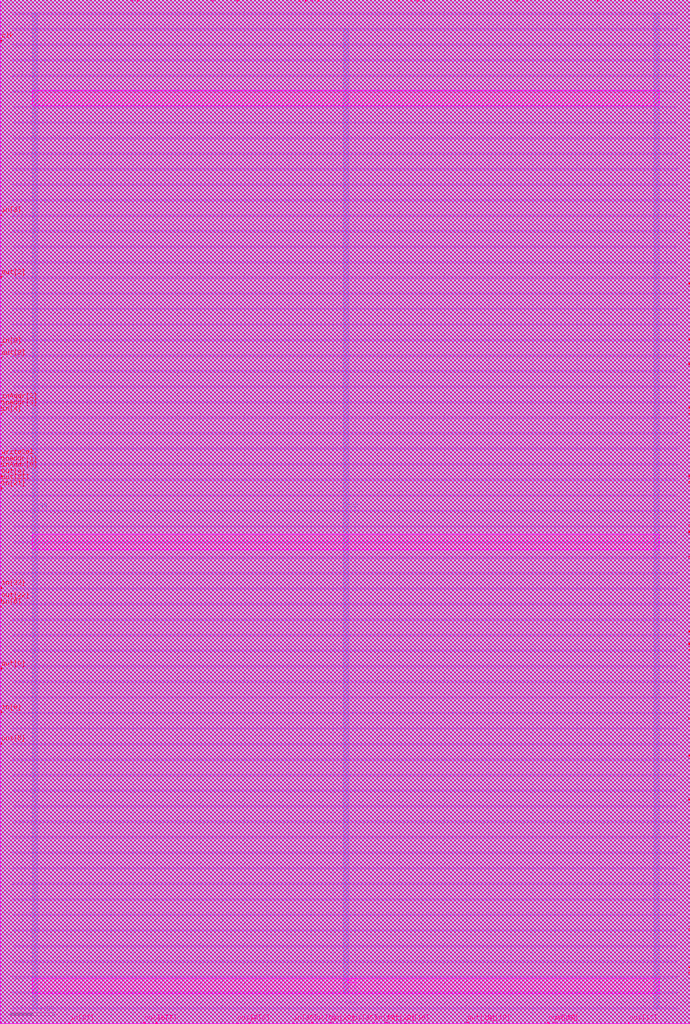
<source format=lef>
VERSION 5.8 ;
BUSBITCHARS "[]" ;
DIVIDERCHAR "/" ;
UNITS
    DATABASE MICRONS 2000 ;
END UNITS
MACRO memMod_dist_3
  FOREIGN memMod_dist_3 0 0 ;
  CLASS BLOCK ;
  SIZE 62.17 BY 92.25 ;
  PIN VSS
    USE GROUND ;
    DIRECTION INOUT ;
    PORT
      LAYER metal7 ;
        RECT  2.9 82.7 59.38 84.1 ;
        RECT  2.9 42.7 59.38 44.1 ;
        RECT  2.9 2.7 59.38 4.1 ;
      LAYER metal4 ;
        RECT  58.9 1.315 59.38 91.085 ;
        RECT  2.9 1.315 3.38 91.085 ;
      LAYER metal1 ;
        RECT  1.14 90.915 60.99 91.085 ;
        RECT  1.14 88.115 60.99 88.285 ;
        RECT  1.14 85.315 60.99 85.485 ;
        RECT  1.14 82.515 60.99 82.685 ;
        RECT  1.14 79.715 60.99 79.885 ;
        RECT  1.14 76.915 60.99 77.085 ;
        RECT  1.14 74.115 60.99 74.285 ;
        RECT  1.14 71.315 60.99 71.485 ;
        RECT  1.14 68.515 60.99 68.685 ;
        RECT  1.14 65.715 60.99 65.885 ;
        RECT  1.14 62.915 60.99 63.085 ;
        RECT  1.14 60.115 60.99 60.285 ;
        RECT  1.14 57.315 60.99 57.485 ;
        RECT  1.14 54.515 60.99 54.685 ;
        RECT  1.14 51.715 60.99 51.885 ;
        RECT  1.14 48.915 60.99 49.085 ;
        RECT  1.14 46.115 60.99 46.285 ;
        RECT  1.14 43.315 60.99 43.485 ;
        RECT  1.14 40.515 60.99 40.685 ;
        RECT  1.14 37.715 60.99 37.885 ;
        RECT  1.14 34.915 60.99 35.085 ;
        RECT  1.14 32.115 60.99 32.285 ;
        RECT  1.14 29.315 60.99 29.485 ;
        RECT  1.14 26.515 60.99 26.685 ;
        RECT  1.14 23.715 60.99 23.885 ;
        RECT  1.14 20.915 60.99 21.085 ;
        RECT  1.14 18.115 60.99 18.285 ;
        RECT  1.14 15.315 60.99 15.485 ;
        RECT  1.14 12.515 60.99 12.685 ;
        RECT  1.14 9.715 60.99 9.885 ;
        RECT  1.14 6.915 60.99 7.085 ;
        RECT  1.14 4.115 60.99 4.285 ;
        RECT  1.14 1.315 60.99 1.485 ;
      VIA 59.14 83.4 via6_7_960_2800_4_1_600_600 ;
      VIA 59.14 83.4 via5_6_960_2800_5_2_600_600 ;
      VIA 59.14 83.4 via4_5_960_2800_5_2_600_600 ;
      VIA 59.14 43.4 via6_7_960_2800_4_1_600_600 ;
      VIA 59.14 43.4 via5_6_960_2800_5_2_600_600 ;
      VIA 59.14 43.4 via4_5_960_2800_5_2_600_600 ;
      VIA 59.14 3.4 via6_7_960_2800_4_1_600_600 ;
      VIA 59.14 3.4 via5_6_960_2800_5_2_600_600 ;
      VIA 59.14 3.4 via4_5_960_2800_5_2_600_600 ;
      VIA 3.14 83.4 via6_7_960_2800_4_1_600_600 ;
      VIA 3.14 83.4 via5_6_960_2800_5_2_600_600 ;
      VIA 3.14 83.4 via4_5_960_2800_5_2_600_600 ;
      VIA 3.14 43.4 via6_7_960_2800_4_1_600_600 ;
      VIA 3.14 43.4 via5_6_960_2800_5_2_600_600 ;
      VIA 3.14 43.4 via4_5_960_2800_5_2_600_600 ;
      VIA 3.14 3.4 via6_7_960_2800_4_1_600_600 ;
      VIA 3.14 3.4 via5_6_960_2800_5_2_600_600 ;
      VIA 3.14 3.4 via4_5_960_2800_5_2_600_600 ;
      VIA 59.14 91 via3_4_960_340_1_3_320_320 ;
      VIA 59.14 91 via2_3_960_340_1_3_320_320 ;
      VIA 59.14 91 via1_2_960_340_1_3_300_300 ;
      VIA 59.14 88.2 via3_4_960_340_1_3_320_320 ;
      VIA 59.14 88.2 via2_3_960_340_1_3_320_320 ;
      VIA 59.14 88.2 via1_2_960_340_1_3_300_300 ;
      VIA 59.14 85.4 via3_4_960_340_1_3_320_320 ;
      VIA 59.14 85.4 via2_3_960_340_1_3_320_320 ;
      VIA 59.14 85.4 via1_2_960_340_1_3_300_300 ;
      VIA 59.14 82.6 via3_4_960_340_1_3_320_320 ;
      VIA 59.14 82.6 via2_3_960_340_1_3_320_320 ;
      VIA 59.14 82.6 via1_2_960_340_1_3_300_300 ;
      VIA 59.14 79.8 via3_4_960_340_1_3_320_320 ;
      VIA 59.14 79.8 via2_3_960_340_1_3_320_320 ;
      VIA 59.14 79.8 via1_2_960_340_1_3_300_300 ;
      VIA 59.14 77 via3_4_960_340_1_3_320_320 ;
      VIA 59.14 77 via2_3_960_340_1_3_320_320 ;
      VIA 59.14 77 via1_2_960_340_1_3_300_300 ;
      VIA 59.14 74.2 via3_4_960_340_1_3_320_320 ;
      VIA 59.14 74.2 via2_3_960_340_1_3_320_320 ;
      VIA 59.14 74.2 via1_2_960_340_1_3_300_300 ;
      VIA 59.14 71.4 via3_4_960_340_1_3_320_320 ;
      VIA 59.14 71.4 via2_3_960_340_1_3_320_320 ;
      VIA 59.14 71.4 via1_2_960_340_1_3_300_300 ;
      VIA 59.14 68.6 via3_4_960_340_1_3_320_320 ;
      VIA 59.14 68.6 via2_3_960_340_1_3_320_320 ;
      VIA 59.14 68.6 via1_2_960_340_1_3_300_300 ;
      VIA 59.14 65.8 via3_4_960_340_1_3_320_320 ;
      VIA 59.14 65.8 via2_3_960_340_1_3_320_320 ;
      VIA 59.14 65.8 via1_2_960_340_1_3_300_300 ;
      VIA 59.14 63 via3_4_960_340_1_3_320_320 ;
      VIA 59.14 63 via2_3_960_340_1_3_320_320 ;
      VIA 59.14 63 via1_2_960_340_1_3_300_300 ;
      VIA 59.14 60.2 via3_4_960_340_1_3_320_320 ;
      VIA 59.14 60.2 via2_3_960_340_1_3_320_320 ;
      VIA 59.14 60.2 via1_2_960_340_1_3_300_300 ;
      VIA 59.14 57.4 via3_4_960_340_1_3_320_320 ;
      VIA 59.14 57.4 via2_3_960_340_1_3_320_320 ;
      VIA 59.14 57.4 via1_2_960_340_1_3_300_300 ;
      VIA 59.14 54.6 via3_4_960_340_1_3_320_320 ;
      VIA 59.14 54.6 via2_3_960_340_1_3_320_320 ;
      VIA 59.14 54.6 via1_2_960_340_1_3_300_300 ;
      VIA 59.14 51.8 via3_4_960_340_1_3_320_320 ;
      VIA 59.14 51.8 via2_3_960_340_1_3_320_320 ;
      VIA 59.14 51.8 via1_2_960_340_1_3_300_300 ;
      VIA 59.14 49 via3_4_960_340_1_3_320_320 ;
      VIA 59.14 49 via2_3_960_340_1_3_320_320 ;
      VIA 59.14 49 via1_2_960_340_1_3_300_300 ;
      VIA 59.14 46.2 via3_4_960_340_1_3_320_320 ;
      VIA 59.14 46.2 via2_3_960_340_1_3_320_320 ;
      VIA 59.14 46.2 via1_2_960_340_1_3_300_300 ;
      VIA 59.14 43.4 via3_4_960_340_1_3_320_320 ;
      VIA 59.14 43.4 via2_3_960_340_1_3_320_320 ;
      VIA 59.14 43.4 via1_2_960_340_1_3_300_300 ;
      VIA 59.14 40.6 via3_4_960_340_1_3_320_320 ;
      VIA 59.14 40.6 via2_3_960_340_1_3_320_320 ;
      VIA 59.14 40.6 via1_2_960_340_1_3_300_300 ;
      VIA 59.14 37.8 via3_4_960_340_1_3_320_320 ;
      VIA 59.14 37.8 via2_3_960_340_1_3_320_320 ;
      VIA 59.14 37.8 via1_2_960_340_1_3_300_300 ;
      VIA 59.14 35 via3_4_960_340_1_3_320_320 ;
      VIA 59.14 35 via2_3_960_340_1_3_320_320 ;
      VIA 59.14 35 via1_2_960_340_1_3_300_300 ;
      VIA 59.14 32.2 via3_4_960_340_1_3_320_320 ;
      VIA 59.14 32.2 via2_3_960_340_1_3_320_320 ;
      VIA 59.14 32.2 via1_2_960_340_1_3_300_300 ;
      VIA 59.14 29.4 via3_4_960_340_1_3_320_320 ;
      VIA 59.14 29.4 via2_3_960_340_1_3_320_320 ;
      VIA 59.14 29.4 via1_2_960_340_1_3_300_300 ;
      VIA 59.14 26.6 via3_4_960_340_1_3_320_320 ;
      VIA 59.14 26.6 via2_3_960_340_1_3_320_320 ;
      VIA 59.14 26.6 via1_2_960_340_1_3_300_300 ;
      VIA 59.14 23.8 via3_4_960_340_1_3_320_320 ;
      VIA 59.14 23.8 via2_3_960_340_1_3_320_320 ;
      VIA 59.14 23.8 via1_2_960_340_1_3_300_300 ;
      VIA 59.14 21 via3_4_960_340_1_3_320_320 ;
      VIA 59.14 21 via2_3_960_340_1_3_320_320 ;
      VIA 59.14 21 via1_2_960_340_1_3_300_300 ;
      VIA 59.14 18.2 via3_4_960_340_1_3_320_320 ;
      VIA 59.14 18.2 via2_3_960_340_1_3_320_320 ;
      VIA 59.14 18.2 via1_2_960_340_1_3_300_300 ;
      VIA 59.14 15.4 via3_4_960_340_1_3_320_320 ;
      VIA 59.14 15.4 via2_3_960_340_1_3_320_320 ;
      VIA 59.14 15.4 via1_2_960_340_1_3_300_300 ;
      VIA 59.14 12.6 via3_4_960_340_1_3_320_320 ;
      VIA 59.14 12.6 via2_3_960_340_1_3_320_320 ;
      VIA 59.14 12.6 via1_2_960_340_1_3_300_300 ;
      VIA 59.14 9.8 via3_4_960_340_1_3_320_320 ;
      VIA 59.14 9.8 via2_3_960_340_1_3_320_320 ;
      VIA 59.14 9.8 via1_2_960_340_1_3_300_300 ;
      VIA 59.14 7 via3_4_960_340_1_3_320_320 ;
      VIA 59.14 7 via2_3_960_340_1_3_320_320 ;
      VIA 59.14 7 via1_2_960_340_1_3_300_300 ;
      VIA 59.14 4.2 via3_4_960_340_1_3_320_320 ;
      VIA 59.14 4.2 via2_3_960_340_1_3_320_320 ;
      VIA 59.14 4.2 via1_2_960_340_1_3_300_300 ;
      VIA 59.14 1.4 via3_4_960_340_1_3_320_320 ;
      VIA 59.14 1.4 via2_3_960_340_1_3_320_320 ;
      VIA 59.14 1.4 via1_2_960_340_1_3_300_300 ;
      VIA 3.14 91 via3_4_960_340_1_3_320_320 ;
      VIA 3.14 91 via2_3_960_340_1_3_320_320 ;
      VIA 3.14 91 via1_2_960_340_1_3_300_300 ;
      VIA 3.14 88.2 via3_4_960_340_1_3_320_320 ;
      VIA 3.14 88.2 via2_3_960_340_1_3_320_320 ;
      VIA 3.14 88.2 via1_2_960_340_1_3_300_300 ;
      VIA 3.14 85.4 via3_4_960_340_1_3_320_320 ;
      VIA 3.14 85.4 via2_3_960_340_1_3_320_320 ;
      VIA 3.14 85.4 via1_2_960_340_1_3_300_300 ;
      VIA 3.14 82.6 via3_4_960_340_1_3_320_320 ;
      VIA 3.14 82.6 via2_3_960_340_1_3_320_320 ;
      VIA 3.14 82.6 via1_2_960_340_1_3_300_300 ;
      VIA 3.14 79.8 via3_4_960_340_1_3_320_320 ;
      VIA 3.14 79.8 via2_3_960_340_1_3_320_320 ;
      VIA 3.14 79.8 via1_2_960_340_1_3_300_300 ;
      VIA 3.14 77 via3_4_960_340_1_3_320_320 ;
      VIA 3.14 77 via2_3_960_340_1_3_320_320 ;
      VIA 3.14 77 via1_2_960_340_1_3_300_300 ;
      VIA 3.14 74.2 via3_4_960_340_1_3_320_320 ;
      VIA 3.14 74.2 via2_3_960_340_1_3_320_320 ;
      VIA 3.14 74.2 via1_2_960_340_1_3_300_300 ;
      VIA 3.14 71.4 via3_4_960_340_1_3_320_320 ;
      VIA 3.14 71.4 via2_3_960_340_1_3_320_320 ;
      VIA 3.14 71.4 via1_2_960_340_1_3_300_300 ;
      VIA 3.14 68.6 via3_4_960_340_1_3_320_320 ;
      VIA 3.14 68.6 via2_3_960_340_1_3_320_320 ;
      VIA 3.14 68.6 via1_2_960_340_1_3_300_300 ;
      VIA 3.14 65.8 via3_4_960_340_1_3_320_320 ;
      VIA 3.14 65.8 via2_3_960_340_1_3_320_320 ;
      VIA 3.14 65.8 via1_2_960_340_1_3_300_300 ;
      VIA 3.14 63 via3_4_960_340_1_3_320_320 ;
      VIA 3.14 63 via2_3_960_340_1_3_320_320 ;
      VIA 3.14 63 via1_2_960_340_1_3_300_300 ;
      VIA 3.14 60.2 via3_4_960_340_1_3_320_320 ;
      VIA 3.14 60.2 via2_3_960_340_1_3_320_320 ;
      VIA 3.14 60.2 via1_2_960_340_1_3_300_300 ;
      VIA 3.14 57.4 via3_4_960_340_1_3_320_320 ;
      VIA 3.14 57.4 via2_3_960_340_1_3_320_320 ;
      VIA 3.14 57.4 via1_2_960_340_1_3_300_300 ;
      VIA 3.14 54.6 via3_4_960_340_1_3_320_320 ;
      VIA 3.14 54.6 via2_3_960_340_1_3_320_320 ;
      VIA 3.14 54.6 via1_2_960_340_1_3_300_300 ;
      VIA 3.14 51.8 via3_4_960_340_1_3_320_320 ;
      VIA 3.14 51.8 via2_3_960_340_1_3_320_320 ;
      VIA 3.14 51.8 via1_2_960_340_1_3_300_300 ;
      VIA 3.14 49 via3_4_960_340_1_3_320_320 ;
      VIA 3.14 49 via2_3_960_340_1_3_320_320 ;
      VIA 3.14 49 via1_2_960_340_1_3_300_300 ;
      VIA 3.14 46.2 via3_4_960_340_1_3_320_320 ;
      VIA 3.14 46.2 via2_3_960_340_1_3_320_320 ;
      VIA 3.14 46.2 via1_2_960_340_1_3_300_300 ;
      VIA 3.14 43.4 via3_4_960_340_1_3_320_320 ;
      VIA 3.14 43.4 via2_3_960_340_1_3_320_320 ;
      VIA 3.14 43.4 via1_2_960_340_1_3_300_300 ;
      VIA 3.14 40.6 via3_4_960_340_1_3_320_320 ;
      VIA 3.14 40.6 via2_3_960_340_1_3_320_320 ;
      VIA 3.14 40.6 via1_2_960_340_1_3_300_300 ;
      VIA 3.14 37.8 via3_4_960_340_1_3_320_320 ;
      VIA 3.14 37.8 via2_3_960_340_1_3_320_320 ;
      VIA 3.14 37.8 via1_2_960_340_1_3_300_300 ;
      VIA 3.14 35 via3_4_960_340_1_3_320_320 ;
      VIA 3.14 35 via2_3_960_340_1_3_320_320 ;
      VIA 3.14 35 via1_2_960_340_1_3_300_300 ;
      VIA 3.14 32.2 via3_4_960_340_1_3_320_320 ;
      VIA 3.14 32.2 via2_3_960_340_1_3_320_320 ;
      VIA 3.14 32.2 via1_2_960_340_1_3_300_300 ;
      VIA 3.14 29.4 via3_4_960_340_1_3_320_320 ;
      VIA 3.14 29.4 via2_3_960_340_1_3_320_320 ;
      VIA 3.14 29.4 via1_2_960_340_1_3_300_300 ;
      VIA 3.14 26.6 via3_4_960_340_1_3_320_320 ;
      VIA 3.14 26.6 via2_3_960_340_1_3_320_320 ;
      VIA 3.14 26.6 via1_2_960_340_1_3_300_300 ;
      VIA 3.14 23.8 via3_4_960_340_1_3_320_320 ;
      VIA 3.14 23.8 via2_3_960_340_1_3_320_320 ;
      VIA 3.14 23.8 via1_2_960_340_1_3_300_300 ;
      VIA 3.14 21 via3_4_960_340_1_3_320_320 ;
      VIA 3.14 21 via2_3_960_340_1_3_320_320 ;
      VIA 3.14 21 via1_2_960_340_1_3_300_300 ;
      VIA 3.14 18.2 via3_4_960_340_1_3_320_320 ;
      VIA 3.14 18.2 via2_3_960_340_1_3_320_320 ;
      VIA 3.14 18.2 via1_2_960_340_1_3_300_300 ;
      VIA 3.14 15.4 via3_4_960_340_1_3_320_320 ;
      VIA 3.14 15.4 via2_3_960_340_1_3_320_320 ;
      VIA 3.14 15.4 via1_2_960_340_1_3_300_300 ;
      VIA 3.14 12.6 via3_4_960_340_1_3_320_320 ;
      VIA 3.14 12.6 via2_3_960_340_1_3_320_320 ;
      VIA 3.14 12.6 via1_2_960_340_1_3_300_300 ;
      VIA 3.14 9.8 via3_4_960_340_1_3_320_320 ;
      VIA 3.14 9.8 via2_3_960_340_1_3_320_320 ;
      VIA 3.14 9.8 via1_2_960_340_1_3_300_300 ;
      VIA 3.14 7 via3_4_960_340_1_3_320_320 ;
      VIA 3.14 7 via2_3_960_340_1_3_320_320 ;
      VIA 3.14 7 via1_2_960_340_1_3_300_300 ;
      VIA 3.14 4.2 via3_4_960_340_1_3_320_320 ;
      VIA 3.14 4.2 via2_3_960_340_1_3_320_320 ;
      VIA 3.14 4.2 via1_2_960_340_1_3_300_300 ;
      VIA 3.14 1.4 via3_4_960_340_1_3_320_320 ;
      VIA 3.14 1.4 via2_3_960_340_1_3_320_320 ;
      VIA 3.14 1.4 via1_2_960_340_1_3_300_300 ;
    END
  END VSS
  PIN VDD
    USE POWER ;
    DIRECTION INOUT ;
    PORT
      LAYER metal4 ;
        RECT  30.9 2.715 31.38 89.685 ;
      LAYER metal1 ;
        RECT  1.14 89.515 60.99 89.685 ;
        RECT  1.14 86.715 60.99 86.885 ;
        RECT  1.14 83.915 60.99 84.085 ;
        RECT  1.14 81.115 60.99 81.285 ;
        RECT  1.14 78.315 60.99 78.485 ;
        RECT  1.14 75.515 60.99 75.685 ;
        RECT  1.14 72.715 60.99 72.885 ;
        RECT  1.14 69.915 60.99 70.085 ;
        RECT  1.14 67.115 60.99 67.285 ;
        RECT  1.14 64.315 60.99 64.485 ;
        RECT  1.14 61.515 60.99 61.685 ;
        RECT  1.14 58.715 60.99 58.885 ;
        RECT  1.14 55.915 60.99 56.085 ;
        RECT  1.14 53.115 60.99 53.285 ;
        RECT  1.14 50.315 60.99 50.485 ;
        RECT  1.14 47.515 60.99 47.685 ;
        RECT  1.14 44.715 60.99 44.885 ;
        RECT  1.14 41.915 60.99 42.085 ;
        RECT  1.14 39.115 60.99 39.285 ;
        RECT  1.14 36.315 60.99 36.485 ;
        RECT  1.14 33.515 60.99 33.685 ;
        RECT  1.14 30.715 60.99 30.885 ;
        RECT  1.14 27.915 60.99 28.085 ;
        RECT  1.14 25.115 60.99 25.285 ;
        RECT  1.14 22.315 60.99 22.485 ;
        RECT  1.14 19.515 60.99 19.685 ;
        RECT  1.14 16.715 60.99 16.885 ;
        RECT  1.14 13.915 60.99 14.085 ;
        RECT  1.14 11.115 60.99 11.285 ;
        RECT  1.14 8.315 60.99 8.485 ;
        RECT  1.14 5.515 60.99 5.685 ;
        RECT  1.14 2.715 60.99 2.885 ;
      VIA 31.14 89.6 via3_4_960_340_1_3_320_320 ;
      VIA 31.14 89.6 via2_3_960_340_1_3_320_320 ;
      VIA 31.14 89.6 via1_2_960_340_1_3_300_300 ;
      VIA 31.14 86.8 via3_4_960_340_1_3_320_320 ;
      VIA 31.14 86.8 via2_3_960_340_1_3_320_320 ;
      VIA 31.14 86.8 via1_2_960_340_1_3_300_300 ;
      VIA 31.14 84 via3_4_960_340_1_3_320_320 ;
      VIA 31.14 84 via2_3_960_340_1_3_320_320 ;
      VIA 31.14 84 via1_2_960_340_1_3_300_300 ;
      VIA 31.14 81.2 via3_4_960_340_1_3_320_320 ;
      VIA 31.14 81.2 via2_3_960_340_1_3_320_320 ;
      VIA 31.14 81.2 via1_2_960_340_1_3_300_300 ;
      VIA 31.14 78.4 via3_4_960_340_1_3_320_320 ;
      VIA 31.14 78.4 via2_3_960_340_1_3_320_320 ;
      VIA 31.14 78.4 via1_2_960_340_1_3_300_300 ;
      VIA 31.14 75.6 via3_4_960_340_1_3_320_320 ;
      VIA 31.14 75.6 via2_3_960_340_1_3_320_320 ;
      VIA 31.14 75.6 via1_2_960_340_1_3_300_300 ;
      VIA 31.14 72.8 via3_4_960_340_1_3_320_320 ;
      VIA 31.14 72.8 via2_3_960_340_1_3_320_320 ;
      VIA 31.14 72.8 via1_2_960_340_1_3_300_300 ;
      VIA 31.14 70 via3_4_960_340_1_3_320_320 ;
      VIA 31.14 70 via2_3_960_340_1_3_320_320 ;
      VIA 31.14 70 via1_2_960_340_1_3_300_300 ;
      VIA 31.14 67.2 via3_4_960_340_1_3_320_320 ;
      VIA 31.14 67.2 via2_3_960_340_1_3_320_320 ;
      VIA 31.14 67.2 via1_2_960_340_1_3_300_300 ;
      VIA 31.14 64.4 via3_4_960_340_1_3_320_320 ;
      VIA 31.14 64.4 via2_3_960_340_1_3_320_320 ;
      VIA 31.14 64.4 via1_2_960_340_1_3_300_300 ;
      VIA 31.14 61.6 via3_4_960_340_1_3_320_320 ;
      VIA 31.14 61.6 via2_3_960_340_1_3_320_320 ;
      VIA 31.14 61.6 via1_2_960_340_1_3_300_300 ;
      VIA 31.14 58.8 via3_4_960_340_1_3_320_320 ;
      VIA 31.14 58.8 via2_3_960_340_1_3_320_320 ;
      VIA 31.14 58.8 via1_2_960_340_1_3_300_300 ;
      VIA 31.14 56 via3_4_960_340_1_3_320_320 ;
      VIA 31.14 56 via2_3_960_340_1_3_320_320 ;
      VIA 31.14 56 via1_2_960_340_1_3_300_300 ;
      VIA 31.14 53.2 via3_4_960_340_1_3_320_320 ;
      VIA 31.14 53.2 via2_3_960_340_1_3_320_320 ;
      VIA 31.14 53.2 via1_2_960_340_1_3_300_300 ;
      VIA 31.14 50.4 via3_4_960_340_1_3_320_320 ;
      VIA 31.14 50.4 via2_3_960_340_1_3_320_320 ;
      VIA 31.14 50.4 via1_2_960_340_1_3_300_300 ;
      VIA 31.14 47.6 via3_4_960_340_1_3_320_320 ;
      VIA 31.14 47.6 via2_3_960_340_1_3_320_320 ;
      VIA 31.14 47.6 via1_2_960_340_1_3_300_300 ;
      VIA 31.14 44.8 via3_4_960_340_1_3_320_320 ;
      VIA 31.14 44.8 via2_3_960_340_1_3_320_320 ;
      VIA 31.14 44.8 via1_2_960_340_1_3_300_300 ;
      VIA 31.14 42 via3_4_960_340_1_3_320_320 ;
      VIA 31.14 42 via2_3_960_340_1_3_320_320 ;
      VIA 31.14 42 via1_2_960_340_1_3_300_300 ;
      VIA 31.14 39.2 via3_4_960_340_1_3_320_320 ;
      VIA 31.14 39.2 via2_3_960_340_1_3_320_320 ;
      VIA 31.14 39.2 via1_2_960_340_1_3_300_300 ;
      VIA 31.14 36.4 via3_4_960_340_1_3_320_320 ;
      VIA 31.14 36.4 via2_3_960_340_1_3_320_320 ;
      VIA 31.14 36.4 via1_2_960_340_1_3_300_300 ;
      VIA 31.14 33.6 via3_4_960_340_1_3_320_320 ;
      VIA 31.14 33.6 via2_3_960_340_1_3_320_320 ;
      VIA 31.14 33.6 via1_2_960_340_1_3_300_300 ;
      VIA 31.14 30.8 via3_4_960_340_1_3_320_320 ;
      VIA 31.14 30.8 via2_3_960_340_1_3_320_320 ;
      VIA 31.14 30.8 via1_2_960_340_1_3_300_300 ;
      VIA 31.14 28 via3_4_960_340_1_3_320_320 ;
      VIA 31.14 28 via2_3_960_340_1_3_320_320 ;
      VIA 31.14 28 via1_2_960_340_1_3_300_300 ;
      VIA 31.14 25.2 via3_4_960_340_1_3_320_320 ;
      VIA 31.14 25.2 via2_3_960_340_1_3_320_320 ;
      VIA 31.14 25.2 via1_2_960_340_1_3_300_300 ;
      VIA 31.14 22.4 via3_4_960_340_1_3_320_320 ;
      VIA 31.14 22.4 via2_3_960_340_1_3_320_320 ;
      VIA 31.14 22.4 via1_2_960_340_1_3_300_300 ;
      VIA 31.14 19.6 via3_4_960_340_1_3_320_320 ;
      VIA 31.14 19.6 via2_3_960_340_1_3_320_320 ;
      VIA 31.14 19.6 via1_2_960_340_1_3_300_300 ;
      VIA 31.14 16.8 via3_4_960_340_1_3_320_320 ;
      VIA 31.14 16.8 via2_3_960_340_1_3_320_320 ;
      VIA 31.14 16.8 via1_2_960_340_1_3_300_300 ;
      VIA 31.14 14 via3_4_960_340_1_3_320_320 ;
      VIA 31.14 14 via2_3_960_340_1_3_320_320 ;
      VIA 31.14 14 via1_2_960_340_1_3_300_300 ;
      VIA 31.14 11.2 via3_4_960_340_1_3_320_320 ;
      VIA 31.14 11.2 via2_3_960_340_1_3_320_320 ;
      VIA 31.14 11.2 via1_2_960_340_1_3_300_300 ;
      VIA 31.14 8.4 via3_4_960_340_1_3_320_320 ;
      VIA 31.14 8.4 via2_3_960_340_1_3_320_320 ;
      VIA 31.14 8.4 via1_2_960_340_1_3_300_300 ;
      VIA 31.14 5.6 via3_4_960_340_1_3_320_320 ;
      VIA 31.14 5.6 via2_3_960_340_1_3_320_320 ;
      VIA 31.14 5.6 via1_2_960_340_1_3_300_300 ;
      VIA 31.14 2.8 via3_4_960_340_1_3_320_320 ;
      VIA 31.14 2.8 via2_3_960_340_1_3_320_320 ;
      VIA 31.14 2.8 via1_2_960_340_1_3_300_300 ;
    END
  END VDD
  PIN clk
    DIRECTION INPUT ;
    USE SIGNAL ;
    PORT
      LAYER metal5 ;
        RECT  0 88.48 0.14 88.62 ;
    END
  END clk
  PIN inAddr[0]
    DIRECTION INPUT ;
    USE SIGNAL ;
    PORT
      LAYER metal5 ;
        RECT  0 49.84 0.14 49.98 ;
    END
  END inAddr[0]
  PIN inAddr[1]
    DIRECTION INPUT ;
    USE SIGNAL ;
    PORT
      LAYER metal5 ;
        RECT  0 50.4 0.14 50.54 ;
    END
  END inAddr[1]
  PIN inAddr[2]
    DIRECTION INPUT ;
    USE SIGNAL ;
    PORT
      LAYER metal5 ;
        RECT  0 56 0.14 56.14 ;
    END
  END inAddr[2]
  PIN inAddr[3]
    DIRECTION INPUT ;
    USE SIGNAL ;
    PORT
      LAYER metal5 ;
        RECT  0 55.44 0.14 55.58 ;
    END
  END inAddr[3]
  PIN in[0]
    DIRECTION INPUT ;
    USE SIGNAL ;
    PORT
      LAYER metal5 ;
        RECT  0 37.52 0.14 37.66 ;
    END
  END in[0]
  PIN in[10]
    DIRECTION INPUT ;
    USE SIGNAL ;
    PORT
      LAYER metal5 ;
        RECT  62.03 66.64 62.17 66.78 ;
    END
  END in[10]
  PIN in[11]
    DIRECTION INPUT ;
    USE SIGNAL ;
    PORT
      LAYER metal6 ;
        RECT  36.985 92.11 37.125 92.25 ;
    END
  END in[11]
  PIN in[12]
    DIRECTION INPUT ;
    USE SIGNAL ;
    PORT
      LAYER metal5 ;
        RECT  62.03 33.6 62.17 33.74 ;
    END
  END in[12]
  PIN in[13]
    DIRECTION INPUT ;
    USE SIGNAL ;
    PORT
      LAYER metal6 ;
        RECT  49.865 0 50.005 0.14 ;
    END
  END in[13]
  PIN in[14]
    DIRECTION INPUT ;
    USE SIGNAL ;
    PORT
      LAYER metal6 ;
        RECT  27.465 92.11 27.605 92.25 ;
    END
  END in[14]
  PIN in[15]
    DIRECTION INPUT ;
    USE SIGNAL ;
    PORT
      LAYER metal6 ;
        RECT  35.865 92.11 36.005 92.25 ;
    END
  END in[15]
  PIN in[16]
    DIRECTION INPUT ;
    USE SIGNAL ;
    PORT
      LAYER metal6 ;
        RECT  47.065 92.11 47.205 92.25 ;
    END
  END in[16]
  PIN in[17]
    DIRECTION INPUT ;
    USE SIGNAL ;
    PORT
      LAYER metal6 ;
        RECT  33.625 0 33.765 0.14 ;
    END
  END in[17]
  PIN in[18]
    DIRECTION INPUT ;
    USE SIGNAL ;
    PORT
      LAYER metal6 ;
        RECT  36.425 0 36.565 0.14 ;
    END
  END in[18]
  PIN in[19]
    DIRECTION INPUT ;
    USE SIGNAL ;
    PORT
      LAYER metal6 ;
        RECT  43.705 0 43.845 0.14 ;
    END
  END in[19]
  PIN in[1]
    DIRECTION INPUT ;
    USE SIGNAL ;
    PORT
      LAYER metal6 ;
        RECT  12.345 92.11 12.485 92.25 ;
    END
  END in[1]
  PIN in[20]
    DIRECTION INPUT ;
    USE SIGNAL ;
    PORT
      LAYER metal6 ;
        RECT  29.705 0 29.845 0.14 ;
    END
  END in[20]
  PIN in[21]
    DIRECTION INPUT ;
    USE SIGNAL ;
    PORT
      LAYER metal5 ;
        RECT  0 48.16 0.14 48.3 ;
    END
  END in[21]
  PIN in[22]
    DIRECTION INPUT ;
    USE SIGNAL ;
    PORT
      LAYER metal5 ;
        RECT  0 39.2 0.14 39.34 ;
    END
  END in[22]
  PIN in[23]
    DIRECTION INPUT ;
    USE SIGNAL ;
    PORT
      LAYER metal6 ;
        RECT  19.065 92.11 19.205 92.25 ;
    END
  END in[23]
  PIN in[24]
    DIRECTION INPUT ;
    USE SIGNAL ;
    PORT
      LAYER metal5 ;
        RECT  62.03 44.8 62.17 44.94 ;
    END
  END in[24]
  PIN in[25]
    DIRECTION INPUT ;
    USE SIGNAL ;
    PORT
      LAYER metal5 ;
        RECT  62.03 20.16 62.17 20.3 ;
    END
  END in[25]
  PIN in[26]
    DIRECTION INPUT ;
    USE SIGNAL ;
    PORT
      LAYER metal6 ;
        RECT  26.345 0 26.485 0.14 ;
    END
  END in[26]
  PIN in[27]
    DIRECTION INPUT ;
    USE SIGNAL ;
    PORT
      LAYER metal6 ;
        RECT  6.185 0 6.325 0.14 ;
    END
  END in[27]
  PIN in[28]
    DIRECTION INPUT ;
    USE SIGNAL ;
    PORT
      LAYER metal6 ;
        RECT  57.145 92.11 57.285 92.25 ;
    END
  END in[28]
  PIN in[29]
    DIRECTION INPUT ;
    USE SIGNAL ;
    PORT
      LAYER metal6 ;
        RECT  28.025 92.11 28.165 92.25 ;
    END
  END in[29]
  PIN in[2]
    DIRECTION INPUT ;
    USE SIGNAL ;
    PORT
      LAYER metal5 ;
        RECT  0 72.8 0.14 72.94 ;
    END
  END in[2]
  PIN in[30]
    DIRECTION INPUT ;
    USE SIGNAL ;
    PORT
      LAYER metal5 ;
        RECT  62.03 27.44 62.17 27.58 ;
    END
  END in[30]
  PIN in[31]
    DIRECTION INPUT ;
    USE SIGNAL ;
    PORT
      LAYER metal5 ;
        RECT  62.03 44.24 62.17 44.38 ;
    END
  END in[31]
  PIN in[3]
    DIRECTION INPUT ;
    USE SIGNAL ;
    PORT
      LAYER metal5 ;
        RECT  62.03 55.44 62.17 55.58 ;
    END
  END in[3]
  PIN in[4]
    DIRECTION INPUT ;
    USE SIGNAL ;
    PORT
      LAYER metal5 ;
        RECT  0 54.88 0.14 55.02 ;
    END
  END in[4]
  PIN in[5]
    DIRECTION INPUT ;
    USE SIGNAL ;
    PORT
      LAYER metal5 ;
        RECT  62.03 54.88 62.17 55.02 ;
    END
  END in[5]
  PIN in[6]
    DIRECTION INPUT ;
    USE SIGNAL ;
    PORT
      LAYER metal6 ;
        RECT  22.425 0 22.565 0.14 ;
    END
  END in[6]
  PIN in[7]
    DIRECTION INPUT ;
    USE SIGNAL ;
    PORT
      LAYER metal6 ;
        RECT  14.025 0 14.165 0.14 ;
    END
  END in[7]
  PIN in[8]
    DIRECTION INPUT ;
    USE SIGNAL ;
    PORT
      LAYER metal5 ;
        RECT  0 28 0.14 28.14 ;
    END
  END in[8]
  PIN in[9]
    DIRECTION INPUT ;
    USE SIGNAL ;
    PORT
      LAYER metal5 ;
        RECT  0 61.04 0.14 61.18 ;
    END
  END in[9]
  PIN outAddr[0]
    DIRECTION INPUT ;
    USE SIGNAL ;
    PORT
      LAYER metal5 ;
        RECT  62.03 4.48 62.17 4.62 ;
    END
  END outAddr[0]
  PIN outAddr[1]
    DIRECTION INPUT ;
    USE SIGNAL ;
    PORT
      LAYER metal5 ;
        RECT  62.03 5.04 62.17 5.18 ;
    END
  END outAddr[1]
  PIN outAddr[2]
    DIRECTION INPUT ;
    USE SIGNAL ;
    PORT
      LAYER metal5 ;
        RECT  62.03 8.4 62.17 8.54 ;
    END
  END outAddr[2]
  PIN outAddr[3]
    DIRECTION INPUT ;
    USE SIGNAL ;
    PORT
      LAYER metal6 ;
        RECT  53.785 92.11 53.925 92.25 ;
    END
  END outAddr[3]
  PIN out[0]
    DIRECTION OUTPUT ;
    USE SIGNAL ;
    PORT
      LAYER metal5 ;
        RECT  0 31.92 0.14 32.06 ;
    END
  END out[0]
  PIN out[10]
    DIRECTION OUTPUT ;
    USE SIGNAL ;
    PORT
      LAYER metal5 ;
        RECT  62.03 71.12 62.17 71.26 ;
    END
  END out[10]
  PIN out[11]
    DIRECTION OUTPUT ;
    USE SIGNAL ;
    PORT
      LAYER metal6 ;
        RECT  37.545 92.11 37.685 92.25 ;
    END
  END out[11]
  PIN out[12]
    DIRECTION OUTPUT ;
    USE SIGNAL ;
    PORT
      LAYER metal5 ;
        RECT  62.03 35.28 62.17 35.42 ;
    END
  END out[12]
  PIN out[13]
    DIRECTION OUTPUT ;
    USE SIGNAL ;
    PORT
      LAYER metal6 ;
        RECT  56.585 0 56.725 0.14 ;
    END
  END out[13]
  PIN out[14]
    DIRECTION OUTPUT ;
    USE SIGNAL ;
    PORT
      LAYER metal6 ;
        RECT  26.905 92.11 27.045 92.25 ;
    END
  END out[14]
  PIN out[15]
    DIRECTION OUTPUT ;
    USE SIGNAL ;
    PORT
      LAYER metal6 ;
        RECT  38.105 92.11 38.245 92.25 ;
    END
  END out[15]
  PIN out[16]
    DIRECTION OUTPUT ;
    USE SIGNAL ;
    PORT
      LAYER metal6 ;
        RECT  46.505 92.11 46.645 92.25 ;
    END
  END out[16]
  PIN out[17]
    DIRECTION OUTPUT ;
    USE SIGNAL ;
    PORT
      LAYER metal5 ;
        RECT  62.03 34.16 62.17 34.3 ;
    END
  END out[17]
  PIN out[18]
    DIRECTION OUTPUT ;
    USE SIGNAL ;
    PORT
      LAYER metal6 ;
        RECT  42.025 0 42.165 0.14 ;
    END
  END out[18]
  PIN out[19]
    DIRECTION OUTPUT ;
    USE SIGNAL ;
    PORT
      LAYER metal6 ;
        RECT  49.305 0 49.445 0.14 ;
    END
  END out[19]
  PIN out[1]
    DIRECTION OUTPUT ;
    USE SIGNAL ;
    PORT
      LAYER metal6 ;
        RECT  11.785 92.11 11.925 92.25 ;
    END
  END out[1]
  PIN out[20]
    DIRECTION OUTPUT ;
    USE SIGNAL ;
    PORT
      LAYER metal6 ;
        RECT  34.745 0 34.885 0.14 ;
    END
  END out[20]
  PIN out[21]
    DIRECTION OUTPUT ;
    USE SIGNAL ;
    PORT
      LAYER metal5 ;
        RECT  0 48.72 0.14 48.86 ;
    END
  END out[21]
  PIN out[22]
    DIRECTION OUTPUT ;
    USE SIGNAL ;
    PORT
      LAYER metal5 ;
        RECT  0 38.08 0.14 38.22 ;
    END
  END out[22]
  PIN out[23]
    DIRECTION OUTPUT ;
    USE SIGNAL ;
    PORT
      LAYER metal6 ;
        RECT  21.305 92.11 21.445 92.25 ;
    END
  END out[23]
  PIN out[24]
    DIRECTION OUTPUT ;
    USE SIGNAL ;
    PORT
      LAYER metal5 ;
        RECT  62.03 48.72 62.17 48.86 ;
    END
  END out[24]
  PIN out[25]
    DIRECTION OUTPUT ;
    USE SIGNAL ;
    PORT
      LAYER metal5 ;
        RECT  62.03 24.08 62.17 24.22 ;
    END
  END out[25]
  PIN out[26]
    DIRECTION OUTPUT ;
    USE SIGNAL ;
    PORT
      LAYER metal6 ;
        RECT  31.385 0 31.525 0.14 ;
    END
  END out[26]
  PIN out[27]
    DIRECTION OUTPUT ;
    USE SIGNAL ;
    PORT
      LAYER metal6 ;
        RECT  12.905 0 13.045 0.14 ;
    END
  END out[27]
  PIN out[28]
    DIRECTION OUTPUT ;
    USE SIGNAL ;
    PORT
      LAYER metal6 ;
        RECT  56.025 92.11 56.165 92.25 ;
    END
  END out[28]
  PIN out[29]
    DIRECTION OUTPUT ;
    USE SIGNAL ;
    PORT
      LAYER metal6 ;
        RECT  28.585 92.11 28.725 92.25 ;
    END
  END out[29]
  PIN out[2]
    DIRECTION OUTPUT ;
    USE SIGNAL ;
    PORT
      LAYER metal5 ;
        RECT  0 67.2 0.14 67.34 ;
    END
  END out[2]
  PIN out[30]
    DIRECTION OUTPUT ;
    USE SIGNAL ;
    PORT
      LAYER metal5 ;
        RECT  62.03 42 62.17 42.14 ;
    END
  END out[30]
  PIN out[31]
    DIRECTION OUTPUT ;
    USE SIGNAL ;
    PORT
      LAYER metal5 ;
        RECT  62.03 49.28 62.17 49.42 ;
    END
  END out[31]
  PIN out[3]
    DIRECTION OUTPUT ;
    USE SIGNAL ;
    PORT
      LAYER metal5 ;
        RECT  62.03 59.36 62.17 59.5 ;
    END
  END out[3]
  PIN out[4]
    DIRECTION OUTPUT ;
    USE SIGNAL ;
    PORT
      LAYER metal5 ;
        RECT  0 49.28 0.14 49.42 ;
    END
  END out[4]
  PIN out[5]
    DIRECTION OUTPUT ;
    USE SIGNAL ;
    PORT
      LAYER metal5 ;
        RECT  62.03 61.6 62.17 61.74 ;
    END
  END out[5]
  PIN out[6]
    DIRECTION OUTPUT ;
    USE SIGNAL ;
    PORT
      LAYER metal6 ;
        RECT  28.025 0 28.165 0.14 ;
    END
  END out[6]
  PIN out[7]
    DIRECTION OUTPUT ;
    USE SIGNAL ;
    PORT
      LAYER metal6 ;
        RECT  21.305 0 21.445 0.14 ;
    END
  END out[7]
  PIN out[8]
    DIRECTION OUTPUT ;
    USE SIGNAL ;
    PORT
      LAYER metal5 ;
        RECT  0 25.2 0.14 25.34 ;
    END
  END out[8]
  PIN out[9]
    DIRECTION OUTPUT ;
    USE SIGNAL ;
    PORT
      LAYER metal5 ;
        RECT  0 59.92 0.14 60.06 ;
    END
  END out[9]
  PIN writeSel
    DIRECTION INPUT ;
    USE SIGNAL ;
    PORT
      LAYER metal5 ;
        RECT  0 50.96 0.14 51.1 ;
    END
  END writeSel
  OBS
    LAYER metal1 ;
     RECT  0 0 62.17 92.25 ;
    LAYER metal2 ;
     RECT  0 0 62.17 92.25 ;
    LAYER metal3 ;
     RECT  0 0 62.17 92.25 ;
    LAYER metal4 ;
     RECT  0 0 62.17 92.25 ;
    LAYER metal5 ;
     RECT  0 0 62.17 92.25 ;
    LAYER metal6 ;
     RECT  0 0 62.17 92.25 ;
    LAYER metal7 ;
     RECT  0 0 62.17 92.25 ;
  END
END memMod_dist_3
END LIBRARY

</source>
